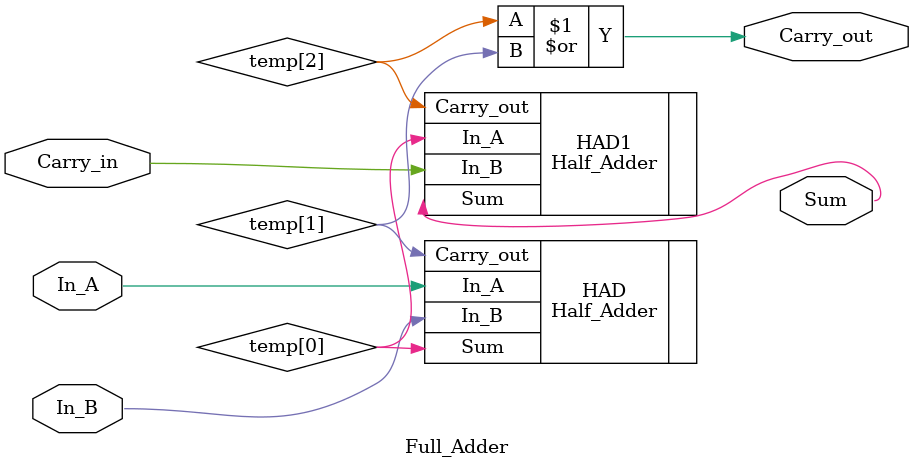
<source format=v>
`timescale 1ns / 1ps

module Full_Adder(
    In_A, In_B, Carry_in, Sum, Carry_out
    );
    input In_A, In_B, Carry_in;
    output Sum, Carry_out;
    wire temp[0:2];
	// implement full adder circuit, your code starts from here.
	// use half adder in this module, fulfill I/O ports connection.
    Half_Adder HAD (.In_A(In_A),.In_B(In_B),.Sum(temp[0]),.Carry_out(temp[1]));
    Half_Adder HAD1 (.In_A(temp[0]),.In_B(Carry_in),.Sum(Sum),.Carry_out(temp[2]));
    or(Carry_out,temp[2],temp[1]);
    
    
endmodule

</source>
